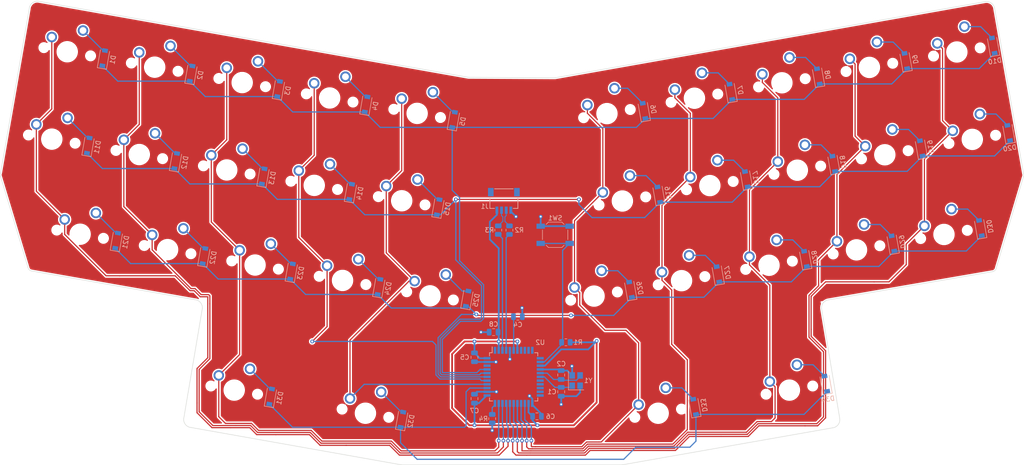
<source format=kicad_pcb>
(kicad_pcb (version 20211014) (generator pcbnew)
  (title_block (title "alphastag") (rev "v1.0.0") (company "Unknown"))
  (layers (0 "F.Cu" signal) (31 "B.Cu" signal) (34 "B.Paste" user) (35 "F.Paste" user) (36 "B.SilkS" user "B.Silkscreen") (37 "F.SilkS" user "F.Silkscreen") (38 "B.Mask" user) (39 "F.Mask" user) (44 "Edge.Cuts" user))
  (net 0 "")
  (net 1 "GND")
  (net 2 "Net-(C1-Pad2)")
  (net 3 "Net-(C2-Pad2)")
  (net 4 "Net-(C4-Pad1)")
  (net 5 "+5V")
  (net 6 "/ROW0")
  (net 7 "Net-(D1-Pad2)")
  (net 8 "Net-(D2-Pad2)")
  (net 9 "Net-(D3-Pad2)")
  (net 10 "Net-(D4-Pad2)")
  (net 11 "Net-(D5-Pad2)")
  (net 12 "Net-(D6-Pad2)")
  (net 13 "Net-(D7-Pad2)")
  (net 14 "Net-(D8-Pad2)")
  (net 15 "Net-(D9-Pad2)")
  (net 16 "Net-(D10-Pad2)")
  (net 17 "/ROW1")
  (net 18 "Net-(D11-Pad2)")
  (net 19 "Net-(D12-Pad2)")
  (net 20 "Net-(D13-Pad2)")
  (net 21 "Net-(D14-Pad2)")
  (net 22 "Net-(D15-Pad2)")
  (net 23 "Net-(D16-Pad2)")
  (net 24 "Net-(D17-Pad2)")
  (net 25 "Net-(D18-Pad2)")
  (net 26 "Net-(D19-Pad2)")
  (net 27 "Net-(D20-Pad2)")
  (net 28 "/ROW2")
  (net 29 "Net-(D21-Pad2)")
  (net 30 "Net-(D22-Pad2)")
  (net 31 "Net-(D23-Pad2)")
  (net 32 "Net-(D24-Pad2)")
  (net 33 "Net-(D25-Pad2)")
  (net 34 "Net-(D26-Pad2)")
  (net 35 "Net-(D27-Pad2)")
  (net 36 "Net-(D28-Pad2)")
  (net 37 "Net-(D29-Pad2)")
  (net 38 "Net-(D30-Pad2)")
  (net 39 "/ROW3")
  (net 40 "Net-(D31-Pad2)")
  (net 41 "Net-(D32-Pad2)")
  (net 42 "Net-(D33-Pad2)")
  (net 43 "Net-(D34-Pad2)")
  (net 44 "Net-(R1-Pad1)")
  (net 45 "Net-(R4-Pad1)")
  (net 53 "Net-(R2-Pad2)")
  (net 54 "/COL0")
  (net 55 "/COL1")
  (net 56 "/COL2")
  (net 57 "/COL3")
  (net 58 "/COL4")
  (net 59 "/COL5")
  (net 60 "/COL6")
  (net 61 "/COL7")
  (net 62 "/COL8")
  (net 63 "/COL9")
  (net 64 "Net-(R3-Pad2)")
  (net 65 "/D+")
  (net 66 "/D-")
  (footprint "MX_Only:MXOnly-1U-NoLED" (layer "F.Cu") (at 226.261958 46.311593 10)
    (fp_text reference "MX20")
    (fp_text value "MX-NoLED")
  )
  (footprint "MX_Only:MXOnly-1U-NoLED" (layer "F.Cu") (at 169.980195 56.235586 10)
    (fp_text reference "MX17")
    (fp_text value "MX-NoLED")
  )
  (footprint "MX_Only:MXOnly-1U-NoLED" (layer "F.Cu") (at 188.740783 52.927588 10)
    (fp_text reference "MX18")
    (fp_text value "MX-NoLED")
  )
  (footprint "MX_Only:MXOnly-1U-NoLED" (layer "F.Cu") (at 66.373879 52.876409 -10)
    (fp_text reference "MX13")
    (fp_text value "MX-NoLED")
  )
  (footprint "MX_Only:MXOnly-1U-NoLED" (layer "F.Cu") (at 222.95396 27.551005 10)
    (fp_text reference "MX10")
    (fp_text value "MX-NoLED")
  )
  (footprint "MX_Only:MXOnly-1U-NoLED" (layer "F.Cu") (at 88.442465 37.423819 -10)
    (fp_text reference "MX4")
    (fp_text value "MX-NoLED")
  )
  (footprint "MX_Only:MXOnly-1U-NoLED" (layer "F.Cu") (at 163.907899 76.650173 10)
    (fp_text reference "MX27")
    (fp_text value "MX-NoLED")
  )
  (footprint "MX_Only:MXOnly-1U-NoLED" (layer "F.Cu") (at 103.895054 59.492405 -10)
    (fp_text reference "MX15")
    (fp_text value "MX-NoLED")
  )
  (footprint "MX_Only:MXOnly-1U-NoLED" (layer "F.Cu") (at 32.160701 27.499826 -10)
    (fp_text reference "MX1")
    (fp_text value "MX-NoLED")
  )
  (footprint "MX_Only:MXOnly-1U-NoLED" (layer "F.Cu") (at 109.967351 79.906992 -10)
    (fp_text reference "MX25")
    (fp_text value "MX-NoLED")
  )
  (footprint "MX_Only:MXOnly-1U-NoLED" (layer "F.Cu") (at 69.681877 34.115822 -10)
    (fp_text reference "MX3")
    (fp_text value "MX-NoLED")
  )
  (footprint "MX_Only:MXOnly-1U-NoLED" (layer "F.Cu") (at 67.973087 100.145498 -10)
    (fp_text reference "MX31")
    (fp_text value "MX-NoLED")
  )
  (footprint "MX_Only:MXOnly-1U-NoLED" (layer "F.Cu") (at 91.206763 76.598994 -10)
    (fp_text reference "MX24")
    (fp_text value "MX-NoLED")
  )
  (footprint "MX_Only:MXOnly-1U-NoLED" (layer "F.Cu") (at 151.219607 59.543584 10)
    (fp_text reference "MX16")
    (fp_text value "MX-NoLED")
  )
  (footprint "MX_Only:MXOnly-1U-NoLED" (layer "F.Cu") (at 34.925 66.675 -10)
    (fp_text reference "MX21")
    (fp_text value "MX-NoLED")
  )
  (footprint "MX_Only:MXOnly-1U-NoLED" (layer "F.Cu") (at 96.113969 105.107494 -10)
    (fp_text reference "MX32")
    (fp_text value "MX-NoLED")
  )
  (footprint "MX_Only:MXOnly-1U-NoLED" (layer "F.Cu") (at 204.193372 30.859003 10)
    (fp_text reference "MX9")
    (fp_text value "MX-NoLED")
  )
  (footprint "MX_Only:MXOnly-1U-NoLED" (layer "F.Cu") (at 50.921289 30.807824 -10)
    (fp_text reference "MX2")
    (fp_text value "MX-NoLED")
  )
  (footprint "MX_Only:MXOnly-1U-NoLED" (layer "F.Cu") (at 220.189662 66.726179 10)
    (fp_text reference "MX30")
    (fp_text value "MX-NoLED")
  )
  (footprint "MX_Only:MXOnly-1U-NoLED" (layer "F.Cu") (at 187.035587 100.145498 10)
    (fp_text reference "MX34")
    (fp_text value "MX-NoLED")
  )
  (footprint "MX_Only:MXOnly-1U-NoLED" (layer "F.Cu") (at 107.203052 40.731817 -10)
    (fp_text reference "MX5")
    (fp_text value "MX-NoLED")
  )
  (footprint "MX_Only:MXOnly-1U-NoLED" (layer "F.Cu") (at 182.668486 73.342175 10)
    (fp_text reference "MX28")
    (fp_text value "MX-NoLED")
  )
  (footprint "MX_Only:MXOnly-1U-NoLED" (layer "F.Cu") (at 201.429074 70.034177 10)
    (fp_text reference "MX29")
    (fp_text value "MX-NoLED")
  )
  (footprint "MX_Only:MXOnly-1U-NoLED" (layer "F.Cu") (at 166.672197 37.474998 10)
    (fp_text reference "MX7")
    (fp_text value "MX-NoLED")
  )
  (footprint "MX_Only:MXOnly-1U-NoLED" (layer "F.Cu") (at 145.147311 79.95817 10)
    (fp_text reference "MX26")
    (fp_text value "MX-NoLED")
  )
  (footprint "MX_Only:MXOnly-1U-NoLED" (layer "F.Cu") (at 207.50137 49.61959 10)
    (fp_text reference "MX19")
    (fp_text value "MX-NoLED")
  )
  (footprint "MX_Only:MXOnly-1U-NoLED" (layer "F.Cu") (at 185.432785 34.167 10)
    (fp_text reference "MX8")
    (fp_text value "MX-NoLED")
  )
  (footprint "MX_Only:MXOnly-1U-NoLED" (layer "F.Cu") (at 47.613291 49.568412 -10)
    (fp_text reference "MX12")
    (fp_text value "MX-NoLED")
  )
  (footprint "MX_Only:MXOnly-1U-NoLED" (layer "F.Cu") (at 28.852704 46.260414 -10)
    (fp_text reference "MX11")
    (fp_text value "MX-NoLED")
  )
  (footprint "MX_Only:MXOnly-1U-NoLED" (layer "F.Cu") (at 53.685587 69.982998 -10)
    (fp_text reference "MX22")
    (fp_text value "MX-NoLED")
  )
  (footprint "MX_Only:MXOnly-1U-NoLED" (layer "F.Cu") (at 147.911609 40.782996 10)
    (fp_text reference "MX6")
    (fp_text value "MX-NoLED")
  )
  (footprint "MX_Only:MXOnly-1U-NoLED" (layer "F.Cu") (at 72.446175 73.290996 -10)
    (fp_text reference "MX23")
    (fp_text value "MX-NoLED")
  )
  (footprint "MX_Only:MXOnly-1U-NoLED" (layer "F.Cu") (at 158.894706 105.107495 10)
    (fp_text reference "MX33")
    (fp_text value "MX-NoLED")
  )
  (footprint "MX_Only:MXOnly-1U-NoLED" (layer "F.Cu") (at 85.134467 56.184407 -10)
    (fp_text reference "MX14")
    (fp_text value "MX-NoLED")
  )
  (footprint "Button_Switch_SMD:SW_SPST_SKQG_WithoutStem" (layer "B.Cu") (at 136.8 66.8 180)
    (fp_text reference "SW1")
    (fp_text value "SW_Push")
  )
  (footprint "Diode_SMD:D_SOD-123" (layer "B.Cu") (at 209.245986 68.655845 100)
    (fp_text reference "D29")
    (fp_text value "D_Small")
  )
  (footprint "Diode_SMD:D_SOD-123" (layer "B.Cu") (at 111.711966 60.870737 80)
    (fp_text reference "D15")
    (fp_text value "D_Small")
  )
  (footprint "Diode_SMD:D_SOD-123" (layer "B.Cu") (at 212.010284 29.48067 100)
    (fp_text reference "D9")
    (fp_text value "D_Small")
  )
  (footprint "Diode_SMD:D_SOD-123" (layer "B.Cu") (at 155.866354 40.186355 100)
    (fp_text reference "D6")
    (fp_text value "D_Small")
  )
  (footprint "Diode_SMD:D_SOD-123" (layer "B.Cu") (at 99.023674 77.977326 80)
    (fp_text reference "D24")
    (fp_text value "D_Small")
  )
  (footprint "Diode_SMD:D_SOD-123" (layer "B.Cu") (at 171.72481 75.27184 100)
    (fp_text reference "D27")
    (fp_text value "D_Small")
  )
  (footprint "Diode_SMD:D_SOD-123" (layer "B.Cu") (at 103.93088 106.485827 80)
    (fp_text reference "D32")
    (fp_text value "D_Small")
  )
  (footprint "random-keyboard-parts:JST-SR-4" (layer "B.Cu") (at 125.801748 56.7375)
    (fp_text reference "J1")
    (fp_text value "Conn_01x04_Female")
  )
  (footprint "Capacitor_SMD:C_0805_2012Metric" (layer "B.Cu") (at 132.90625 105.775)
    (fp_text reference "C6")
    (fp_text value "0.1uF")
  )
  (footprint "Diode_SMD:D_SOD-123" (layer "B.Cu") (at 96.259376 38.802152 80)
    (fp_text reference "D4")
    (fp_text value "D_Small")
  )
  (footprint "Crystal:Crystal_SMD_3225-4Pin_3.2x2.5mm" (layer "B.Cu") (at 141.3 98.1 90)
    (fp_text reference "Y1")
    (fp_text value "16MHz")
  )
  (footprint "Diode_SMD:D_SOD-123" (layer "B.Cu") (at 215.318282 48.241258 100)
    (fp_text reference "D19")
    (fp_text value "D_Small")
  )
  (footprint "Capacitor_SMD:C_0805_2012Metric" (layer "B.Cu") (at 138.1 96.9 -90)
    (fp_text reference "C2")
    (fp_text value "22pF")
  )
  (footprint "Diode_SMD:D_SOD-123" (layer "B.Cu") (at 230.770872 26.172672 100)
    (fp_text reference "D10")
    (fp_text value "D_Small")
  )
  (footprint "Diode_SMD:D_SOD-123" (layer "B.Cu") (at 115.019964 42.11015 80)
    (fp_text reference "D5")
    (fp_text value "D_Small")
  )
  (footprint "Package_QFP:TQFP-44_10x10mm_P0.8mm" (layer "B.Cu") (at 127.9 97.3 -90)
    (fp_text reference "U2")
    (fp_text value "ATmega32U4-A")
  )
  (footprint "Diode_SMD:D_SOD-123" (layer "B.Cu") (at 39.977613 28.878159 80)
    (fp_text reference "D1")
    (fp_text value "D_Small")
  )
  (footprint "Resistor_SMD:R_0805_2012Metric" (layer "B.Cu") (at 124.601748 65.7875 -90)
    (fp_text reference "R3")
    (fp_text value "22")
  )
  (footprint "Diode_SMD:D_SOD-123" (layer "B.Cu") (at 166.711617 103.729163 100)
    (fp_text reference "D33")
    (fp_text value "D_Small")
  )
  (footprint "Resistor_SMD:R_0805_2012Metric" (layer "B.Cu") (at 123.30625 106.275 -90)
    (fp_text reference "R4")
    (fp_text value "10k")
  )
  (footprint "Diode_SMD:D_SOD-123" (layer "B.Cu") (at 92.951378 57.56274 80)
    (fp_text reference "D14")
    (fp_text value "D_Small")
  )
  (footprint "Diode_SMD:D_SOD-123" (layer "B.Cu") (at 177.797106 54.857254 100)
    (fp_text reference "D17")
    (fp_text value "D_Small")
  )
  (footprint "Diode_SMD:D_SOD-123" (layer "B.Cu") (at 61.502499 71.361331 80)
    (fp_text reference "D22")
    (fp_text value "D_Small")
  )
  (footprint "Diode_SMD:D_SOD-123" (layer "B.Cu") (at 228.006573 65.347847 100)
    (fp_text reference "D30")
    (fp_text value "D_Small")
  )
  (footprint "Diode_SMD:D_SOD-123" (layer "B.Cu") (at 193.249696 32.788668 100)
    (fp_text reference "D8")
    (fp_text value "D_Small")
  )
  (footprint "Diode_SMD:D_SOD-123" (layer "B.Cu") (at 152.964223 78.579838 100)
    (fp_text reference "D26")
    (fp_text value "D_Small")
  )
  (footprint "Capacitor_SMD:C_0805_2012Metric" (layer "B.Cu") (at 138.1 100.5 90)
    (fp_text reference "C1")
    (fp_text value "22pF")
  )
  (footprint "Capacitor_SMD:C_0805_2012Metric" (layer "B.Cu") (at 128.80625 84.375)
    (fp_text reference "C4")
    (fp_text value "1uF")
  )
  (footprint "Diode_SMD:D_SOD-123" (layer "B.Cu") (at 196.557694 51.549256 100)
    (fp_text reference "D18")
    (fp_text value "D_Small")
  )
  (footprint "Diode_SMD:D_SOD-123" (layer "B.Cu") (at 80.263087 74.669328 80)
    (fp_text reference "D23")
    (fp_text value "D_Small")
  )
  (footprint "Diode_SMD:D_SOD-123" (layer "B.Cu") (at 58.738201 32.186156 80)
    (fp_text reference "D2")
    (fp_text value "D_Small")
  )
  (footprint "Capacitor_SMD:C_0805_2012Metric" (layer "B.Cu") (at 119.5 93.1 -90)
    (fp_text reference "C5")
    (fp_text value "0.1uF")
  )
  (footprint "Diode_SMD:D_SOD-123" (layer "B.Cu") (at 234.078869 44.93326 100)
    (fp_text reference "D20")
    (fp_text value "D_Small")
  )
  (footprint "Diode_SMD:D_SOD-123" (layer "B.Cu") (at 159.036519 58.165251 100)
    (fp_text reference "D16")
    (fp_text value "D_Small")
  )
  (footprint "Resistor_SMD:R_0805_2012Metric" (layer "B.Cu") (at 139.10625 89.875)
    (fp_text reference "R1")
    (fp_text value "10k")
  )
  (footprint "Resistor_SMD:R_0805_2012Metric" (layer "B.Cu") (at 127 65.8 -90)
    (fp_text reference "R2")
    (fp_text value "22")
  )
  (footprint "Diode_SMD:D_SOD-123" (layer "B.Cu") (at 174.489109 36.096666 100)
    (fp_text reference "D7")
    (fp_text value "D_Small")
  )
  (footprint "Diode_SMD:D_SOD-123" (layer "B.Cu") (at 77.498788 35.494154 80)
    (fp_text reference "D3")
    (fp_text value "D_Small")
  )
  (footprint "Diode_SMD:D_SOD-123" (layer "B.Cu") (at 194.852499 98.767166 100)
    (fp_text reference "D34")
    (fp_text value "D_Small")
  )
  (footprint "Diode_SMD:D_SOD-123" (layer "B.Cu") (at 75.789999 101.52383 80)
    (fp_text reference "D31")
    (fp_text value "D_Small")
  )
  (footprint "Diode_SMD:D_SOD-123" (layer "B.Cu") (at 117.922095 80.503633 80)
    (fp_text reference "D25")
    (fp_text value "D_Small")
  )
  (footprint "Diode_SMD:D_SOD-123" (layer "B.Cu") (at 36.669615 47.638746 80)
    (fp_text reference "D11")
    (fp_text value "D_Small")
  )
  (footprint "Diode_SMD:D_SOD-123" (layer "B.Cu") (at 42.741911 68.053333 80)
    (fp_text reference "D21")
    (fp_text value "D_Small")
  )
  (footprint "Capacitor_SMD:C_0805_2012Metric" (layer "B.Cu") (at 123.6 87.7 180)
    (fp_text reference "C8")
    (fp_text value "10uF")
  )
  (footprint "Diode_SMD:D_SOD-123" (layer "B.Cu") (at 74.190791 54.254742 80)
    (fp_text reference "D13")
    (fp_text value "D_Small")
  )
  (footprint "Capacitor_SMD:C_0805_2012Metric" (layer "B.Cu") (at 119.50625 101.975 90)
    (fp_text reference "C7")
    (fp_text value "0.1uF")
  )
  (footprint "Diode_SMD:D_SOD-123" (layer "B.Cu") (at 190.485398 71.963842 100)
    (fp_text reference "D28")
    (fp_text value "D_Small")
  )
  (footprint "Diode_SMD:D_SOD-123" (layer "B.Cu") (at 55.430203 50.946744 80)
    (fp_text reference "D12")
    (fp_text value "D_Small")
  )
  (gr_arc (start 24.540312 74.559687) (mid 24 74.3) (end 23.740313 73.759688) (layer "Edge.Cuts") (width 0.1))
  (gr_arc (start 193.936393 82.704314) (mid 194.3 81.400001) (end 195.483881 80.742834) (layer "Edge.Cuts") (width 0.1))
  (gr_line (start 151.1 116.2) (end 196.293784 108.24406) (layer "Edge.Cuts") (width 0.1))
  (gr_arc (start 197.841272 106.28258) (mid 197.477665 107.586894) (end 196.293784 108.24406) (layer "Edge.Cuts") (width 0.1))
  (gr_line (start 195.483881 80.742834) (end 230.6 74.699999) (layer "Edge.Cuts") (width 0.1))
  (gr_line (start 24.540312 74.559687) (end 59.478642 80.715426) (layer "Edge.Cuts") (width 0.1))
  (gr_line (start 136.8 33.1) (end 118.2 33) (layer "Edge.Cuts") (width 0.1))
  (gr_line (start 24.015426 18.321359) (end 17.880074 53.581783) (layer "Edge.Cuts") (width 0.1))
  (gr_line (start 231.057167 18.283881) (end 237.238751 53.677629) (layer "Edge.Cuts") (width 0.1))
  (gr_line (start 58.798642 108.184574) (end 103.9 116.2) (layer "Edge.Cuts") (width 0.1))
  (gr_line (start 17.861249 54.222371) (end 23.740313 73.759688) (layer "Edge.Cuts") (width 0.1))
  (gr_line (start 118.2 33) (end 25.880012 16.658397) (layer "Edge.Cuts") (width 0.1))
  (gr_arc (start 58.798642 108.184574) (mid 57.577284 107.6) (end 57.13568 106.319988) (layer "Edge.Cuts") (width 0.1))
  (gr_arc (start 237.238751 53.677629) (mid 237.3 54) (end 237.219926 54.318217) (layer "Edge.Cuts") (width 0.1))
  (gr_arc (start 229.095687 16.736393) (mid 230.4 17.1) (end 231.057167 18.283881) (layer "Edge.Cuts") (width 0.1))
  (gr_line (start 229.095687 16.736393) (end 136.8 33.1) (layer "Edge.Cuts") (width 0.1))
  (gr_line (start 61.141604 82.580012) (end 57.13568 106.319988) (layer "Edge.Cuts") (width 0.1))
  (gr_line (start 103.9 116.2) (end 151.1 116.2) (layer "Edge.Cuts") (width 0.1))
  (gr_arc (start 59.478642 80.715426) (mid 60.700001 81.3) (end 61.141604 82.580012) (layer "Edge.Cuts") (width 0.1))
  (gr_arc (start 24.015426 18.321359) (mid 24.6 17.1) (end 25.880012 16.658397) (layer "Edge.Cuts") (width 0.1))
  (gr_line (start 231.399999 73.9) (end 237.219926 54.318217) (layer "Edge.Cuts") (width 0.1))
  (gr_arc (start 17.861249 54.222371) (mid 17.8 53.9) (end 17.880074 53.581783) (layer "Edge.Cuts") (width 0.1))
  (gr_arc (start 231.399999 73.9) (mid 231.140312 74.440312) (end 230.6 74.699999) (layer "Edge.Cuts") (width 0.1))
  (gr_line (start 197.841272 106.28258) (end 193.936393 82.704314) (layer "Edge.Cuts") (width 0.1))
  (via (at 131.3 101.4) (size 0.8) (drill 0.4) (layers "F.Cu" "B.Cu") (net 1))
  (via (at 138.1 103.2) (size 0.8) (drill 0.4) (layers "F.Cu" "B.Cu") (net 1))
  (via (at 123.3 108.8) (size 0.8) (drill 0.4) (layers "F.Cu" "B.Cu") (net 1))
  (via (at 124.2 100.5) (size 0.8) (drill 0.4) (layers "F.Cu" "B.Cu") (net 1))
  (via (at 133.7 62.9) (size 0.8) (drill 0.4) (layers "F.Cu" "B.Cu") (net 1))
  (via (at 128.4 62.9) (size 0.8) (drill 0.4) (layers "F.Cu" "B.Cu") (net 1))
  (via (at 140.4 95) (size 0.8) (drill 0.4) (layers "F.Cu" "B.Cu") (net 1))
  (via (at 129.7 82.5) (size 0.8) (drill 0.4) (layers "F.Cu" "B.Cu") (net 1))
  (via (at 124.1 94.1) (size 0.8) (drill 0.4) (layers "F.Cu" "B.Cu") (net 1))
  (via (at 120.9 87.7) (size 0.8) (drill 0.4) (layers "F.Cu" "B.Cu") (net 1))
  (via (at 127.1 93.5) (size 0.8) (drill 0.4) (layers "F.Cu" "B.Cu") (net 1))
  (segment (start 122.2 94.1) (end 124.1 94.1) (width 0.381) (layer "B.Cu") (net 1))
  (segment (start 133.6 95.7) (end 137.85 95.7) (width 0.381) (layer "B.Cu") (net 1))
  (segment (start 119.55 94.1) (end 119.5 94.05) (width 0.381) (layer "B.Cu") (net 1))
  (segment (start 127.301748 61.801748) (end 128.4 62.9) (width 0.381) (layer "B.Cu") (net 1))
  (segment (start 138.1 101.45) (end 138.1 103.2) (width 0.381) (layer "B.Cu") (net 1))
  (segment (start 142.15 99.2) (end 142.15 100.65) (width 0.381) (layer "B.Cu") (net 1))
  (segment (start 131.9 103.3) (end 133.85625 105.25625) (width 0.381) (layer "B.Cu") (net 1))
  (segment (start 139.4 95.95) (end 140.45 97) (width 0.381) (layer "B.Cu") (net 1))
  (segment (start 133.7 64.95) (end 133.7 62.9) (width 0.381) (layer "B.Cu") (net 1))
  (segment (start 131.9 102) (end 131.3 101.4) (width 0.381) (layer "B.Cu") (net 1))
  (segment (start 119.50625 101.025) (end 120.03125 100.5) (width 0.381) (layer "B.Cu") (net 1))
  (segment (start 122.65 87.7) (end 120.9 87.7) (width 0.381) (layer "B.Cu") (net 1))
  (segment (start 139.9 64.95) (end 133.7 64.95) (width 0.381) (layer "B.Cu") (net 1))
  (segment (start 123.30625 108.79375) (end 123.3 108.8) (width 0.381) (layer "B.Cu") (net 1))
  (segment (start 129.75625 82.55625) (end 129.7 82.5) (width 0.381) (layer "B.Cu") (net 1))
  (segment (start 131.9 103) (end 131.9 103.3) (width 0.381) (layer "B.Cu") (net 1))
  (segment (start 122.2 100.5) (end 124.2 100.5) (width 0.381) (layer "B.Cu") (net 1))
  (segment (start 138.1 95.95) (end 139.4 95.95) (width 0.381) (layer "B.Cu") (net 1))
  (segment (start 127.301748 61.5125) (end 127.301748 61.801748) (width 0.381) (layer "B.Cu") (net 1))
  (segment (start 131.9 103) (end 131.9 102) (width 0.381) (layer "B.Cu") (net 1))
  (segment (start 120.03125 100.5) (end 122.2 100.5) (width 0.381) (layer "B.Cu") (net 1))
  (segment (start 137.85 95.7) (end 138.1 95.95) (width 0.381) (layer "B.Cu") (net 1))
  (segment (start 141.35 101.45) (end 138.1 101.45) (width 0.381) (layer "B.Cu") (net 1))
  (segment (start 140.45 97) (end 140.45 95.05) (width 0.381) (layer "B.Cu") (net 1))
  (segment (start 142.15 100.65) (end 141.35 101.45) (width 0.381) (layer "B.Cu") (net 1))
  (segment (start 140.45 95.05) (end 140.4 95) (width 0.381) (layer "B.Cu") (net 1))
  (segment (start 123.30625 107.1875) (end 123.30625 108.79375) (width 0.381) (layer "B.Cu") (net 1))
  (segment (start 129.75625 84.375) (end 129.75625 82.55625) (width 0.381) (layer "B.Cu") (net 1))
  (segment (start 133.85625 105.25625) (end 133.85625 105.775) (width 0.381) (layer "B.Cu") (net 1))
  (segment (start 127.1 91.6) (end 127.1 93.5) (width 0.381) (layer "B.Cu") (net 1))
  (segment (start 122.2 94.1) (end 119.55 94.1) (width 0.381) (layer "B.Cu") (net 1))
  (segment (start 133.6 97.3) (end 134.5 97.3) (width 0.254) (layer "B.Cu") (net 2))
  (segment (start 138.1 99.55) (end 140.1 99.55) (width 0.254) (layer "B.Cu") (net 2))
  (segment (start 140.1 99.55) (end 140.45 99.2) (width 0.254) (layer "B.Cu") (net 2))
  (segment (start 134.5 97.3) (end 136.75 99.55) (width 0.254) (layer "B.Cu") (net 2))
  (segment (start 136.75 99.55) (end 138.1 99.55) (width 0.254) (layer "B.Cu") (net 2))
  (segment (start 133.6 96.5) (end 135.1 96.5) (width 0.254) (layer "B.Cu") (net 3))
  (segment (start 135.1 96.5) (end 136.45 97.85) (width 0.254) (layer "B.Cu") (net 3))
  (segment (start 141.376511 98.026511) (end 142.15 97.253022) (width 0.254) (layer "B.Cu") (net 3))
  (segment (start 142.15 97) (end 142.15 97.253022) (width 0.254) (layer "B.Cu") (net 3))
  (segment (start 138.1 97.85) (end 138.276511 98.026511) (width 0.254) (layer "B.Cu") (net 3))
  (segment (start 136.45 97.85) (end 138.1 97.85) (width 0.254) (layer "B.Cu") (net 3))
  (segment (start 138.276511 98.026511) (end 141.376511 98.026511) (width 0.254) (layer "B.Cu") (net 3))
  (segment (start 127.9 84.41875) (end 127.9 91.6) (width 0.254) (layer "B.Cu") (net 4))
  (segment (start 127.85625 84.375) (end 127.9 84.41875) (width 0.254) (layer "B.Cu") (net 4))
  (segment (start 124.7 89.7) (end 128.7 89.7) (width 0.381) (layer "F.Cu") (net 5))
  (segment (start 114.7 104) (end 118.4 107.7) (width 0.381) (layer "F.Cu") (net 5))
  (segment (start 117.4 89.7) (end 114.7 92.4) (width 0.381) (layer "F.Cu") (net 5))
  (segment (start 140.8 107.7) (end 133 107.7) (width 0.381) (layer "F.Cu") (net 5))
  (segment (start 145.7 102.8) (end 140.8 107.7) (width 0.381) (layer "F.Cu") (net 5))
  (segment (start 145.7 89.6) (end 145.7 102.8) (width 0.381) (layer "F.Cu") (net 5))
  (segment (start 118.4 107.7) (end 133 107.7) (width 0.381) (layer "F.Cu") (net 5))
  (segment (start 114.7 92.4) (end 114.7 104) (width 0.381) (layer "F.Cu") (net 5))
  (segment (start 124.7 89.7) (end 117.4 89.7) (width 0.381) (layer "F.Cu") (net 5))
  (via (at 145.7 89.6) (size 0.8) (drill 0.4) (layers "F.Cu" "B.Cu") (net 5))
  (via (at 133 107.7) (size 0.8) (drill 0.4) (layers "F.Cu" "B.Cu") (net 5))
  (via (at 128.7 89.7) (size 0.8) (drill 0.4) (layers "F.Cu" "B.Cu") (net 5))
  (via (at 124.7 89.7) (size 0.8) (drill 0.4) (layers "F.Cu" "B.Cu") (net 5))
  (via (at 119.5 89.7) (size 0.8) (drill 0.4) (layers "F.Cu" "B.Cu") (net 5))
  (via (at 119.5 107.7) (size 0.8) (drill 0.4) (layers "F.Cu" "B.Cu") (net 5))
  (segment (start 143.9 91.4) (end 138.1 91.4) (width 0.381) (layer "B.Cu") (net 5))
  (segment (start 124.7 69.7) (end 124.7 87.55) (width 0.381) (layer "B.Cu") (net 5))
  (segment (start 145.7 89.6) (end 143.9 91.4) (width 0.381) (layer "B.Cu") (net 5))
  (segment (start 138.1 91.4) (end 134.6 94.9) (width 0.381) (layer "B.Cu") (net 5))
  (segment (start 124.7 87.55) (end 124.55 87.7) (width 0.381) (layer "B.Cu") (net 5))
  (segment (start 131.95625 105.775) (end 131.1 104.91875) (width 0.381) (layer "B.Cu") (net 5))
  (segment (start 134.6 94.9) (end 133.6 94.9) (width 0.381) (layer "B.Cu") (net 5))
  (segment (start 120.65 93.3) (end 119.5 92.15) (width 0.381) (layer "B.Cu") (net 5))
  (segment (start 122.2 93.3) (end 120.65 93.3) (width 0.381) (layer "B.Cu") (net 5))
  (segment (start 128.7 91.6) (end 128.7 89.7) (width 0.381) (layer "B.Cu") (net 5))
  (segment (start 122.1 101.3) (end 120.475 102.925) (width 0.381) (layer "B.Cu") (net 5))
  (segment (start 122.2 101.3) (end 122.1 101.3) (width 0.381) (layer "B.Cu") (net 5))
  (segment (start 120.475 102.925) (end 119.50625 102.925) (width 0.381) (layer "B.Cu") (net 5))
  (segment (start 119.50625 102.925) (end 119.50625 107.69375) (width 0.381) (layer "B.Cu") (net 5))
  (segment (start 122.8 64) (end 124.301748 62.498252) (width 0.381) (layer "B.Cu") (net 5))
  (segment (start 124.7 69.7) (end 122.8 67.8) (width 0.381) (layer "B.Cu") (net 5))
  (segment (start 124.7 87.85) (end 124.7 91.6) (width 0.381) (layer "B.Cu") (net 5))
  (segment (start 124.301748 62.498252) (end 124.301748 61.5125) (width 0.381) (layer "B.Cu") (net 5))
  (segment (start 119.5 92.15) (end 119.5 89.7) (width 0.381) (layer "B.Cu") (net 5))
  (segment (start 131.95625 105.775) (end 131.95625 106.65625) (width 0.381) (layer "B.Cu") (net 5))
  (segment (start 131.95625 106.65625) (end 133 107.7) (width 0.381) (layer "B.Cu") (net 5))
  (segment (start 131.1 104.91875) (end 131.1 103) (width 0.381) (layer "B.Cu") (net 5))
  (segment (start 122.8 67.8) (end 122.8 64) (width 0.381) (layer "B.Cu") (net 5))
  (segment (start 119.50625 107.69375) (end 119.5 107.7) (width 0.381) (layer "B.Cu") (net 5))
  (segment (start 145.425 89.875) (end 140.01875 89.875) (width 0.381) (layer "B.Cu") (net 5))
  (segment (start 124.55 87.7) (end 124.7 87.85) (width 0.381) (layer "B.Cu") (net 5))
  (segment (start 145.7 89.6) (end 145.425 89.875) (width 0.381) (layer "B.Cu") (net 5))
  (segment (start 154.229078 43.735083) (end 114.733445 43.735083) (width 0.254) (layer "B.Cu") (net 6))
  (segment (start 174.775628 37.721599) (end 170.685939 41.811288) (width 0.254) (layer "B.Cu") (net 6))
  (segment (start 77.212269 37.119087) (end 61.75968 37.119087) (width 0.254) (layer "B.Cu") (net 6))
  (segment (start 61.75968 37.119087) (end 58.451682 33.811089) (width 0.254) (layer "B.Cu") (net 6))
  (segment (start 116.3 58.8) (end 116.3 72.358626) (width 0.254) (layer "B.Cu") (net 6))
  (segment (start 116.3 72.358626) (end 121.45352 77.512146) (width 0.254) (layer "B.Cu") (net 6))
  (segment (start 121.45352 77.512146) (end 121.45352 84.787854) (width 0.254) (layer "B.Cu") (net 6))
  (segment (start 95.972857 40.427085) (end 80.520267 40.427085) (width 0.254) (layer "B.Cu") (net 6))
  (segment (start 116.508541 85.374207) (end 112.60704 89.275708) (width 0.254) (layer "B.Cu") (net 6))
  (segment (start 190.228217 37.721599) (end 174.775628 37.721599) (width 0.254) (layer "B.Cu") (net 6))
  (segment (start 114.733445 57.233445) (end 116.3 58.8) (width 0.254) (layer "B.Cu") (net 6))
  (segment (start 227.749393 31.105603) (end 212.296803 31.105603) (width 0.254) (layer "B.Cu") (net 6))
  (segment (start 170.685939 41.811288) (end 156.152873 41.811288) (width 0.254) (layer "B.Cu") (net 6))
  (segment (start 112.60704 89.275708) (end 112.60704 96.324292) (width 0.254) (layer "B.Cu") (net 6))
  (segment (start 80.520267 40.427085) (end 77.212269 37.119087) (width 0.254) (layer "B.Cu") (net 6))
  (segment (start 42.999091 33.811089) (end 39.691094 30.503092) (width 0.254) (layer "B.Cu") (net 6))
  (segment (start 114.733445 43.735083) (end 114.733445 57.233445) (width 0.254) (layer "B.Cu") (net 6))
  (segment (start 114.733445 43.735083) (end 99.280855 43.735083) (width 0.254) (layer "B.Cu") (net 6))
  (segment (start 193.536215 34.413601) (end 190.228217 37.721599) (width 0.254) (layer "B.Cu") (net 6))
  (segment (start 120.867167 85.374207) (end 116.508541 85.374207) (width 0.254) (layer "B.Cu") (net 6))
  (segment (start 156.152873 41.811288) (end 154.229078 43.735083) (width 0.254) (layer "B.Cu") (net 6))
  (segment (start 231.057391 27.797605) (end 227.749393 31.105603) (width 0.254) (layer "B.Cu") (net 6))
  (segment (start 99.280855 43.735083) (end 95.972857 40.427085) (width 0.254) (layer "B.Cu") (net 6))
  (segment (start 212.296803 31.105603) (end 208.988805 34.413601) (width 0.254) (layer "B.Cu") (net 6))
  (segment (start 112.675708 96.39296) (end 120.00704 96.39296) (width 0.254) (layer "B.Cu") (net 6))
  (segment (start 58.451682 33.811089) (end 42.999091 33.811089) (width 0.254) (layer "B.Cu") (net 6))
  (segment (start 112.60704 96.324292) (end 112.675708 96.39296) (width 0.254) (layer "B.Cu") (net 6))
  (segment (start 208.988805 34.413601) (end 193.536215 34.413601) (width 0.254) (layer "B.Cu") (net 6))
  (segment (start 120.7 95.7) (end 122.2 95.7) (width 0.254) (layer "B.Cu") (net 6))
  (segment (start 120.00704 96.39296) (end 120.7 95.7) (width 0.254) (layer "B.Cu") (net 6))
  (segment (start 121.45352 84.787854) (end 120.867167 85.374207) (width 0.254) (layer "B.Cu") (net 6))
  (segment (start 35.544245 22.938069) (end 39.859402 27.253226) (width 0.254) (layer "B.Cu") (net 7))
  (segment (start 39.859402 27.253226) (end 40.264132 27.253226) (width 0.254) (layer "B.Cu") (net 7))
  (segment (start 58.619989 30.561223) (end 59.02472 30.561223) (width 0.254) (layer "B.Cu") (net 8))
  (segment (start 54.304833 26.246067) (end 58.619989 30.561223) (width 0.254) (layer "B.Cu") (net 8))
  (segment (start 77.380577 33.869221) (end 77.785307 33.869221) (width 0.254) (layer "B.Cu") (net 9))
  (segment (start 73.065421 29.554065) (end 77.380577 33.869221) (width 0.254) (layer "B.Cu") (net 9))
  (segment (start 96.141166 37.177219) (end 96.545895 37.177219) (width 0.254) (layer "B.Cu") (net 10))
  (segment (start 91.826009 32.862062) (end 96.141166 37.177219) (width 0.254) (layer "B.Cu") (net 10))
  (segment (start 110.586596 36.17006) (end 114.901753 40.485217) (width 0.254) (layer "B.Cu") (net 11))
  (segment (start 114.901753 40.485217) (end 115.306483 40.485217) (width 0.254) (layer "B.Cu") (net 11))
  (segment (start 152.357519 35.339106) (end 155.579835 38.561422) (width 0.254) (layer "B.Cu") (net 12))
  (segment (start 149.530888 35.339106) (end 152.357519 35.339106) (width 0.254) (layer "B.Cu") (net 12))
  (segment (start 168.291476 32.031108) (end 171.761965 32.031108) (width 0.254) (layer "B.Cu") (net 13))
  (segment (start 171.761965 32.031108) (end 174.20259 34.471733) (width 0.254) (layer "B.Cu") (net 13))
  (segment (start 190.522552 28.72311) (end 192.963177 31.163735) (width 0.254) (layer "B.Cu") (net 14))
  (segment (start 187.052064 28.72311) (end 190.522552 28.72311) (width 0.254) (layer "B.Cu") (net 14))
  (segment (start 205.812651 25.415113) (end 209.283141 25.415113) (width 0.254) (layer "B.Cu") (net 15))
  (segment (start 209.283141 25.415113) (end 211.723765 27.855737) (width 0.254) (layer "B.Cu") (net 15))
  (segment (start 228.043729 22.107115) (end 230.484353 24.547739) (width 0.254) (layer "B.Cu") (net 16))
  (segment (start 224.573239 22.107115) (end 228.043729 22.107115) (width 0.254) (layer "B.Cu") (net 16))
  (segment (start 141.9 59.2) (end 115.5 59.2) (width 0.254) (layer "F.Cu") (net 17))
  (via (at 115.5 59.2) (size 0.8) (drill 0.4) (layers "F.Cu" "B.Cu") (net 17))
  (via (at 141.9 59.2) (size 0.8) (drill 0.4) (layers "F.Cu" "B.Cu") (net 17))
  (segment (start 92.664859 59.187673) (end 77.21227 59.187673) (width 0.254) (layer "B.Cu") (net 17))
  (segment (start 115.5 72.2) (end 121 77.7) (width 0.254) (layer "B.Cu") (net 17))
  (segment (start 120.55352 96.84648) (end 120.9 96.5) (width 0.254) (layer "B.Cu") (net 17))
  (segment (start 55.143684 52.571677) (end 39.691094 52.571677) (width 0.254) (layer "B.Cu") (net 17))
  (segment (start 112.15352 89.087854) (end 112.15352 96.512146) (width 0.254) (layer "B.Cu") (net 17))
  (segment (start 144.9 63.1) (end 144.7 63.1) (width 0.254) (layer "B.Cu") (net 17))
  (segment (start 73.904272 55.879675) (end 58.451682 55.879675) (width 0.254) (layer "B.Cu") (net 17))
  (segment (start 77.21227 59.187673) (end 73.904272 55.879675) (width 0.254) (layer "B.Cu") (net 17))
  (segment (start 120.679313 84.920687) (end 116.320687 84.920687) (width 0.254) (layer "B.Cu") (net 17))
  (segment (start 178.083625 56.482187) (end 174.775628 59.790184) (width 0.254) (layer "B.Cu") (net 17))
  (segment (start 231.05739 49.866191) (end 215.604801 49.866191) (width 0.254) (layer "B.Cu") (net 17))
  (segment (start 156.013222 63.1) (end 155.9 63.1) (width 0.254) (layer "B.Cu") (net 17))
  (segment (start 120.9 96.5) (end 122.2 96.5) (width 0.254) (layer "B.Cu") (net 17))
  (segment (start 116.320687 84.920687) (end 112.15352 89.087854) (width 0.254) (layer "B.Cu") (net 17))
  (segment (start 155.9 63.1) (end 144.9 63.1) (width 0.254) (layer "B.Cu") (net 17))
  (segment (start 112.487854 96.84648) (end 120.55352 96.84648) (width 0.254) (layer "B.Cu") (net 17))
  (segment (start 112.15352 96.512146) (end 112.487854 96.84648) (width 0.254) (layer "B.Cu") (net 17))
  (segment (start 141.9 60.3) (end 141.9 59.2) (width 0.254) (layer "B.Cu") (net 17))
  (segment (start 212.296803 53.174189) (end 196.844213 53.174189) (width 0.254) (layer "B.Cu") (net 17))
  (segment (start 234.365388 46.558193) (end 231.05739 49.866191) (width 0.254) (layer "B.Cu") (net 17))
  (segment (start 215.604801 49.866191) (end 212.296803 53.174189) (width 0.254) (layer "B.Cu") (net 17))
  (segment (start 121 77.7) (end 121 84.6) (width 0.254) (layer "B.Cu") (net 17))
  (segment (start 115.5 59.2) (end 112.20433 62.49567) (width 0.254) (layer "B.Cu") (net 17))
  (segment (start 196.844213 53.174189) (end 193.536215 56.482187) (width 0.254) (layer "B.Cu") (net 17))
  (segment (start 112.20433 62.49567) (end 111.425447 62.49567) (width 0.254) (layer "B.Cu") (net 17))
  (segment (start 193.536215 56.482187) (end 178.083625 56.482187) (width 0.254) (layer "B.Cu") (net 17))
  (segment (start 115.5 59.2) (end 115.5 72.2) (width 0.254) (layer "B.Cu") (net 17))
  (segment (start 121 84.6) (end 120.679313 84.920687) (width 0.254) (layer "B.Cu") (net 17))
  (segment (start 159.323038 59.790184) (end 156.013222 63.1) (width 0.254) (layer "B.Cu") (net 17))
  (segment (start 39.691094 52.571677) (end 36.383096 49.263679) (width 0.254) (layer "B.Cu") (net 17))
  (segment (start 111.425447 62.49567) (end 95.972856 62.49567) (width 0.254) (layer "B.Cu") (net 17))
  (segment (start 58.451682 55.879675) (end 55.143684 52.571677) (width 0.254) (layer "B.Cu") (net 17))
  (segment (start 144.7 63.1) (end 141.9 60.3) (width 0.254) (layer "B.Cu") (net 17))
  (segment (start 174.775628 59.790184) (end 159.323038 59.790184) (width 0.254) (layer "B.Cu") (net 17))
  (segment (start 95.972856 62.49567) (end 92.664859 59.187673) (width 0.254) (layer "B.Cu") (net 17))
  (segment (start 36.956134 46.013813) (end 36.551404 46.013813) (width 0.254) (layer "B.Cu") (net 18))
  (segment (start 36.551404 46.013813) (end 32.236248 41.698657) (width 0.254) (layer "B.Cu") (net 18))
  (segment (start 55.311991 49.321811) (end 50.996835 45.006655) (width 0.254) (layer "B.Cu") (net 19))
  (segment (start 55.716722 49.321811) (end 55.311991 49.321811) (width 0.254) (layer "B.Cu") (net 19))
  (segment (start 74.47731 52.629809) (end 74.07258 52.629809) (width 0.254) (layer "B.Cu") (net 20))
  (segment (start 74.07258 52.629809) (end 69.757423 48.314652) (width 0.254) (layer "B.Cu") (net 20))
  (segment (start 92.833168 55.937807) (end 88.518011 51.62265) (width 0.254) (layer "B.Cu") (net 21))
  (segment (start 93.237897 55.937807) (end 92.833168 55.937807) (width 0.254) (layer "B.Cu") (net 21))
  (segment (start 111.593754 59.245804) (end 107.278598 54.930648) (width 0.254) (layer "B.Cu") (net 22))
  (segment (start 111.998485 59.245804) (end 111.593754 59.245804) (width 0.254) (layer "B.Cu") (net 22))
  (segment (start 152.838886 54.099694) (end 156.309376 54.099694) (width 0.254) (layer "B.Cu") (net 23))
  (segment (start 156.309376 54.099694) (end 158.75 56.540318) (width 0.254) (layer "B.Cu") (net 23))
  (segment (start 171.599474 50.791696) (end 175.069962 50.791696) (width 0.254) (layer "B.Cu") (net 24))
  (segment (start 175.069962 50.791696) (end 177.510587 53.232321) (width 0.254) (layer "B.Cu") (net 24))
  (segment (start 190.360062 47.483698) (end 193.83055 47.483698) (width 0.254) (layer "B.Cu") (net 25))
  (segment (start 193.83055 47.483698) (end 196.271175 49.924323) (width 0.254) (layer "B.Cu") (net 25))
  (segment (start 209.120649 44.1757) (end 212.591138 44.1757) (width 0.254) (layer "B.Cu") (net 26))
  (segment (start 212.591138 44.1757) (end 215.031763 46.616325) (width 0.254) (layer "B.Cu") (net 26))
  (segment (start 227.881237 40.867703) (end 231.351726 40.867703) (width 0.254) (layer "B.Cu") (net 27))
  (segment (start 231.351726 40.867703) (end 233.79235 43.308327) (width 0.254) (layer "B.Cu") (net 27))
  (segment (start 120.1 84.1) (end 119.9 83.9) (width 0.254) (layer "F.Cu") (net 28))
  (segment (start 140.2 84.1) (end 120.1 84.1) (width 0.254) (layer "F.Cu") (net 28))
  (via (at 140.2 84.1) (size 0.8) (drill 0.4) (layers "F.Cu" "B.Cu") (net 28))
  (via (at 119.9 83.9) (size 0.8) (drill 0.4) (layers "F.Cu" "B.Cu") (net 28))
  (segment (start 64.523977 76.294261) (end 61.21598 72.986264) (width 0.254) (layer "B.Cu") (net 28))
  (segment (start 61.21598 72.986264) (end 45.76339 72.986264) (width 0.254) (layer "B.Cu") (net 28))
  (segment (start 119.9 83.9) (end 118.128566 82.128566) (width 0.254) (layer "B.Cu") (net 28))
  (segment (start 111.7 96.7) (end 112.3 97.3) (width 0.254) (layer "B.Cu") (net 28))
  (segment (start 168.703331 80.204771) (end 153.250742 80.204771) (width 0.254) (layer "B.Cu") (net 28))
  (segment (start 117.635576 82.128566) (end 117.247128 82.517014) (width 0.254) (layer "B.Cu") (net 28))
  (segment (start 119.9 83.9) (end 116.7 83.9) (width 0.254) (layer "B.Cu") (net 28))
  (segment (start 98.737155 79.602259) (end 83.284566 79.602259) (width 0.254) (layer "B.Cu") (net 28))
  (segment (start 172.011329 76.896773) (end 168.703331 80.204771) (width 0.254) (layer "B.Cu") (net 28))
  (segment (start 101.65191 82.517014) (end 98.737155 79.602259) (width 0.254) (layer "B.Cu") (net 28))
  (segment (start 79.976568 76.294261) (end 64.523977 76.294261) (width 0.254) (layer "B.Cu") (net 28))
  (segment (start 117.247128 82.517014) (end 101.65191 82.517014) (width 0.254) (layer "B.Cu") (net 28))
  (segment (start 149.355513 84.1) (end 140.2 84.1) (width 0.254) (layer "B.Cu") (net 28))
  (segment (start 206.224508 73.588775) (end 190.771917 73.588775) (width 0.254) (layer "B.Cu") (net 28))
  (segment (start 153.250742 80.204771) (end 149.355513 84.1) (width 0.254) (layer "B.Cu") (net 28))
  (segment (start 190.771917 73.588775) (end 187.463919 76.896773) (width 0.254) (layer "B.Cu") (net 28))
  (segment (start 118.128566 82.128566) (end 117.635576 82.128566) (width 0.254) (layer "B.Cu") (net 28))
  (segment (start 187.463919 76.896773) (end 172.011329 76.896773) (width 0.254) (layer "B.Cu") (net 28))
  (segment (start 228.293092 66.97278) (end 224.985094 70.280778) (width 0.254) (layer "B.Cu") (net 28))
  (segment (start 112.3 97.3) (end 122.2 97.3) (width 0.254) (layer "B.Cu") (net 28))
  (segment (start 45.76339 72.986264) (end 42.455392 69.678266) (width 0.254) (layer "B.Cu") (net 28))
  (segment (start 83.284566 79.602259) (end 79.976568 76.294261) (width 0.254) (layer "B.Cu") (net 28))
  (segment (start 224.985094 70.280778) (end 209.532505 70.280778) (width 0.254) (layer "B.Cu") (net 28))
  (segment (start 116.7 83.9) (end 111.7 88.9) (width 0.254) (layer "B.Cu") (net 28))
  (segment (start 111.7 88.9) (end 111.7 96.7) (width 0.254) (layer "B.Cu") (net 28))
  (segment (start 209.532505 70.280778) (end 206.224508 73.588775) (width 0.254) (layer "B.Cu") (net 28))
  (segment (start 38.308544 62.113243) (end 42.623701 66.4284) (width 0.254) (layer "B.Cu") (net 29))
  (segment (start 42.623701 66.4284) (end 43.02843 66.4284) (width 0.254) (layer "B.Cu") (net 29))
  (segment (start 61.384288 69.736398) (end 61.789018 69.736398) (width 0.254) (layer "B.Cu") (net 30))
  (segment (start 57.069131 65.421241) (end 61.384288 69.736398) (width 0.254) (layer "B.Cu") (net 30))
  (segment (start 75.829719 68.729239) (end 80.144875 73.044395) (width 0.254) (layer "B.Cu") (net 31))
  (segment (start 80.144875 73.044395) (end 80.549606 73.044395) (width 0.254) (layer "B.Cu") (net 31))
  (segment (start 98.905463 76.352393) (end 99.310193 76.352393) (width 0.254) (layer "B.Cu") (net 32))
  (segment (start 94.590307 72.037237) (end 98.905463 76.352393) (width 0.254) (layer "B.Cu") (net 32))
  (segment (start 113.350895 75.345235) (end 116.88436 78.8787) (width 0.254) (layer "B.Cu") (net 33))
  (segment (start 116.88436 78.8787) (end 118.208614 78.8787) (width 0.254) (layer "B.Cu") (net 33))
  (segment (start 150.237079 74.51428) (end 152.677704 76.954905) (width 0.254) (layer "B.Cu") (net 34))
  (segment (start 146.76659 74.51428) (end 150.237079 74.51428) (width 0.254) (layer "B.Cu") (net 34))
  (segment (start 165.527178 71.206283) (end 168.997667 71.206283) (width 0.254) (layer "B.Cu") (net 35))
  (segment (start 168.997667 71.206283) (end 171.438291 73.646907) (width 0.254) (layer "B.Cu") (net 35))
  (segment (start 184.287765 67.898285) (end 187.758255 67.898285) (width 0.254) (layer "B.Cu") (net 36))
  (segment (start 187.758255 67.898285) (end 190.198879 70.338909) (width 0.254) (layer "B.Cu") (net 36))
  (segment (start 206.518842 64.590287) (end 208.959467 67.030912) (width 0.254) (layer "B.Cu") (net 37))
  (segment (start 203.048353 64.590287) (end 206.518842 64.590287) (width 0.254) (layer "B.Cu") (net 37))
  (segment (start 221.808941 61.282289) (end 225.279429 61.282289) (width 0.254) (layer "B.Cu") (net 38))
  (segment (start 225.279429 61.282289) (end 227.720054 63.722914) (width 0.254) (layer "B.Cu") (net 38))
  (segment (start 103.644361 111.444361) (end 103.644361 108.11076) (width 0.254) (layer "B.Cu") (net 39))
  (segment (start 117.38924 108.11076) (end 117.7 107.8) (width 0.254) (layer "B.Cu") (net 39))
  (segment (start 117.7 107.8) (end 117.7 100.5) (width 0.254) (layer "B.Cu") (net 39))
  (segment (start 107.2 115) (end 103.644361 111.444361) (width 0.254) (layer "B.Cu") (net 39))
  (segment (start 151.5 115) (end 107.2 115) (width 0.254) (layer "B.Cu") (net 39))
  (segment (start 117.7 100.5) (end 118.5 99.7) (width 0.254) (layer "B.Cu") (net 39))
  (segment (start 195.139018 100.392099) (end 190.177021 105.354096) (width 0.254) (layer "B.Cu") (net 39))
  (segment (start 118.5 99.7) (end 122.2 99.7) (width 0.254) (layer "B.Cu") (net 39))
  (segment (start 103.644361 108.11076) (end 80.465477 108.11076) (width 0.254) (layer "B.Cu") (net 39))
  (segment (start 166.998136 111.101864) (end 165.7 112.4) (width 0.254) (layer "B.Cu") (net 39))
  (segment (start 103.644361 108.11076) (end 117.38924 108.11076) (width 0.254) (layer "B.Cu") (net 39))
  (segment (start 190.177021 105.354096) (end 166.998136 105.354096) (width 0.254) (layer "B.Cu") (net 39))
  (segment (start 154.1 112.4) (end 151.5 115) (width 0.254) (layer "B.Cu") (net 39))
  (segment (start 165.7 112.4) (end 154.1 112.4) (width 0.254) (layer "B.Cu") (net 39))
  (segment (start 166.998136 105.354096) (end 166.998136 111.101864) (width 0.254) (layer "B.Cu") (net 39))
  (segment (start 80.465477 108.11076) (end 75.50348 103.148763) (width 0.254) (layer "B.Cu") (net 39))
  (segment (start 76.076518 99.898897) (end 75.671787 99.898897) (width 0.254) (layer "B.Cu") (net 40))
  (segment (start 75.671787 99.898897) (end 71.356631 95.583741) (width 0.254) (layer "B.Cu") (net 40))
  (segment (start 103.81267 104.860894) (end 99.497513 100.545737) (width 0.254) (layer "B.Cu") (net 41))
  (segment (start 104.217399 104.860894) (end 103.81267 104.860894) (width 0.254) (layer "B.Cu") (net 41))
  (segment (start 160.513985 99.663605) (end 163.984473 99.663605) (width 0.254) (layer "B.Cu") (net 42))
  (segment (start 163.984473 99.663605) (end 166.425098 102.10423) (width 0.254) (layer "B.Cu") (net 42))
  (segment (start 188.654866 94.701608) (end 192.125355 94.701608) (width 0.254) (layer "B.Cu") (net 43))
  (segment (start 192.125355 94.701608) (end 194.56598 97.142233) (width 0.254) (layer "B.Cu") (net 43))
  (segment (start 139.9 68.65) (end 138.4 70.15) (width 0.254) (layer "B.Cu") (net 44))
  (segment (start 139.9 68.65) (end 133.7 68.65) (width 0.254) (layer "B.Cu") (net 44))
  (segment (start 138.4 89.66875) (end 138.19375 89.875) (width 0.254) (layer "B.Cu") (net 44))
  (segment (start 138.19375 90.375074) (end 138.19375 89.875) (width 0.254) (layer "B.Cu") (net 44))
  (segment (start 138.4 70.15) (end 138.4 89.66875) (width 0.254) (layer "B.Cu") (net 44))
  (segment (start 134.468824 94.1) (end 138.19375 90.375074) (width 0.254) (layer "B.Cu") (net 44))
  (segment (start 133.6 94.1) (end 134.468824 94.1) (width 0.254) (layer "B.Cu") (net 44))
  (segment (start 123.30625 103.89375) (end 123.9 103.3) (width 0.254) (layer "B.Cu") (net 45))
  (segment (start 123.9 103.3) (end 123.9 103) (width 0.254) (layer "B.Cu") (net 45))
  (segment (start 123.30625 105.3625) (end 123.30625 103.89375) (width 0.254) (layer "B.Cu") (net 45))
  (segment (start 126.3 91.6) (end 126.3 67.4125) (width 0.254) (layer "B.Cu") (net 53))
  (segment (start 126.3 67.4125) (end 127 66.7125) (width 0.254) (layer "B.Cu") (net 53))
  (segment (start 60 102.9) (end 60 105) (width 0.254) (layer "F.Cu") (net 54))
  (segment (start 60 105) (end 62.3 107.3) (width 0.254) (layer "F.Cu") (net 54))
  (segment (start 72.8 109.7) (end 76.9 109.7) (width 0.254) (layer "F.Cu") (net 54))
  (segment (start 103.4 114.1) (end 124.8 114.1) (width 0.254) (layer "F.Cu") (net 54))
  (segment (start 85 110.6) (end 86.4 112) (width 0.254) (layer "F.Cu") (net 54))
  (segment (start 28.84965 39.789406) (end 25.541653 43.097403) (width 0.254) (layer "F.Cu") (net 54))
  (segment (start 86.4 112) (end 92 112) (width 0.254) (layer "F.Cu") (net 54))
  (segment (start 40.497717 75.6) (end 43.4 75.6) (width 0.254) (layer "F.Cu") (net 54))
  (segment (start 61.2 94.3) (end 60 95.5) (width 0.254) (layer "F.Cu") (net 54))
  (segment (start 62.3 80.1) (end 62.3 93.2) (width 0.254) (layer "F.Cu") (net 54))
  (segment (start 84.1 109.7) (end 85 110.6) (width 0.254) (layer "F.Cu") (net 54))
  (segment (start 101.3 112) (end 103.4 114.1) (width 0.254) (layer "F.Cu") (net 54))
  (segment (start 31.613949 63.511989) (end 31.613949 66.716232) (width 0.254) (layer "F.Cu") (net 54))
  (segment (start 60.689447 80.1) (end 62.3 80.1) (width 0.254) (layer "F.Cu") (net 54))
  (segment (start 67.2 108.2) (end 71.3 108.2) (width 0.254) (layer "F.Cu") (net 54))
  (segment (start 55.308932 75.6) (end 58.508435 78.799503) (width 0.254) (layer "F.Cu") (net 54))
  (segment (start 124.8 114.1) (end 126.699006 112.200994) (width 0.254) (layer "F.Cu") (net 54))
  (segment (start 76.9 109.7) (end 84.1 109.7) (width 0.254) (layer "F.Cu") (net 54))
  (segment (start 62.3 93.2) (end 61.2 94.3) (width 0.254) (layer "F.Cu") (net 54))
  (segment (start 58.508435 78.799503) (end 59.38895 78.799503) (width 0.254) (layer "F.Cu") (net 54))
  (segment (start 60 95.5) (end 60 102.9) (width 0.254) (layer "F.Cu") (net 54))
  (segment (start 92 112) (end 101.3 112) (width 0.254) (layer "F.Cu") (net 54))
  (segment (start 31.613949 66.716232) (end 40.497717 75.6) (width 0.254) (layer "F.Cu") (net 54))
  (segment (start 59.38895 78.799503) (end 60.689447 80.1) (width 0.254) (layer "F.Cu") (net 54))
  (segment (start 63.2 108.2) (end 67.2 108.2) (width 0.254) (layer "F.Cu") (net 54))
  (segment (start 25.541653 43.097403) (end 25.541653 57.439693) (width 0.254) (layer "F.Cu") (net 54))
  (segment (start 72.6 109.5) (end 72.8 109.7) (width 0.254) (layer "F.Cu") (net 54))
  (segment (start 25.541653 57.439693) (end 31.613949 63.511989) (width 0.254) (layer "F.Cu") (net 54))
  (segment (start 71.3 108.2) (end 72.6 109.5) (width 0.254) (layer "F.Cu") (net 54))
  (segment (start 126.699006 112.200994) (end 126.699006 111) (width 0.254) (layer "F.Cu") (net 54))
  (segment (start 62.3 107.3) (end 63.2 108.2) (width 0.254) (layer "F.Cu") (net 54))
  (segment (start 43.4 75.6) (end 55.308932 75.6) (width 0.254) (layer "F.Cu") (net 54))
  (segment (start 28.84965 24.336815) (end 28.84965 39.789406) (width 0.254) (layer "F.Cu") (net 54))
  (via (at 126.699006 111) (size 0.8) (drill 0.4) (layers "F.Cu" "B.Cu") (net 54))
  (segment (start 126.426014 107.626014) (end 126.7 107.9) (width 0.254) (layer "B.Cu") (net 54))
  (segment (start 126.3 103) (end 126.426014 103.126014) (width 0.254) (layer "B.Cu") (net 54))
  (segment (start 126.426014 103.126014) (end 126.426014 107.626014) (width 0.254) (layer "B.Cu") (net 54))
  (segment (start 126.7 107.9) (end 126.7 110.999006) (width 0.254) (layer "B.Cu") (net 54))
  (segment (start 126.7 110.999006) (end 126.699006 111) (width 0.254) (layer "B.Cu") (net 54))
  (segment (start 60.565411 79.33459) (end 60.877301 79.64648) (width 0.254) (layer "F.Cu") (net 55))
  (segment (start 50.374536 66.819987) (end 50.374536 70.02423) (width 0.254) (layer "F.Cu") (net 55))
  (segment (start 103.370687 113.429313) (end 103.587854 113.64648) (width 0.254) (layer "F.Cu") (net 55))
  (segment (start 47.610238 27.644813) (end 47.610238 43.097403) (width 0.254) (layer "F.Cu") (net 55))
  (segment (start 61.1 79.64648) (end 62.487854 79.64648) (width 0.254) (layer "F.Cu") (net 55))
  (segment (start 62.75352 93.387854) (end 60.45352 95.687854) (width 0.254) (layer "F.Cu") (net 55))
  (segment (start 62.75352 79.912146) (end 62.75352 81.6) (width 0.254) (layer "F.Cu") (net 55))
  (segment (start 101.487854 111.54648) (end 103.370687 113.429313) (width 0.254) (layer "F.Cu") (net 55))
  (segment (start 62.487854 79.64648) (end 62.75352 79.912146) (width 0.254) (layer "F.Cu") (net 55))
  (segment (start 124.4 113.64648) (end 125.699503 112.346977) (width 0.254) (layer "F.Cu") (net 55))
  (segment (start 44.30224 46.405401) (end 44.30224 60.747691) (width 0.254) (layer "F.Cu") (net 55))
  (segment (start 44.30224 60.747691) (end 50.374536 66.819987) (width 0.254) (layer "F.Cu") (net 55))
  (segment (start 103.587854 113.64648) (end 124.4 113.64648) (width 0.254) (layer "F.Cu") (net 55))
  (segment (start 47.610238 43.097403) (end 44.30224 46.405401) (width 0.254) (layer "F.Cu") (net 55))
  (segment (start 63.387854 107.74648) (end 68.3 107.74648) (width 0.254) (layer "F.Cu") (net 55))
  (segment (start 68.3 107.74648) (end 71.487854 107.74648) (width 0.254) (layer "F.Cu") (net 55))
  (segment (start 84.287854 109.24648) (end 86.587854 111.54648) (width 0.254) (layer "F.Cu") (net 55))
  (segment (start 58.150306 77.8) (end 58.696289 78.345983) (width 0.254) (layer "F.Cu") (net 55))
  (segment (start 86.587854 111.54648) (end 101.487854 111.54648) (width 0.254) (layer "F.Cu") (net 55))
  (segment (start 71.487854 107.74648) (end 72.987854 109.24648) (width 0.254) (layer "F.Cu") (net 55))
  (segment (start 60.877301 79.64648) (end 61.1 79.64648) (width 0.254) (layer "F.Cu") (net 55))
  (segment (start 59.576804 78.345983) (end 60.565411 79.33459) (width 0.254) (layer "F.Cu") (net 55))
  (segment (start 125.699503 112.346977) (end 125.699503 111) (width 0.254) (layer "F.Cu") (net 55))
  (segment (start 58.696289 78.345983) (end 58.7 78.345983) (width 0.254) (layer "F.Cu") (net 55))
  (segment (start 60.45352 104.812146) (end 63.387854 107.74648) (width 0.254) (layer "F.Cu") (net 55))
  (segment (start 62.75352 81.6) (end 62.75352 93.387854) (width 0.254) (layer "F.Cu") (net 55))
  (segment (start 50.374536 70.02423) (end 58.150306 77.8) (width 0.254) (layer "F.Cu") (net 55))
  (segment (start 58.7 78.345983) (end 59.576804 78.345983) (width 0.254) (layer "F.Cu") (net 55))
  (segment (start 60.45352 95.687854) (end 60.45352 104.812146) (width 0.254) (layer "F.Cu") (net 55))
  (segment (start 72.987854 109.24648) (end 84.287854 109.24648) (width 0.254) (layer "F.Cu") (net 55))
  (via (at 125.699503 111) (size 0.8) (drill 0.4) (layers "F.Cu" "B.Cu") (net 55))
  (segment (start 125.5 103) (end 125.5 107.9) (width 0.254) (layer "B.Cu") (net 55))
  (segment (start 125.7 110.999503) (end 125.699503 111) (width 0.254) (layer "B.Cu") (net 55))
  (segment (start 125.5 107.9) (end 125.7 108.1) (width 0.254) (layer "B.Cu") (net 55))
  (segment (start 125.7 108.1) (end 125.7 110.999503) (width 0.254) (layer "B.Cu") (net 55))
  (segment (start 64.662036 105.854996) (end 66.1 107.29296) (width 0.254) (layer "F.Cu") (net 56))
  (segment (start 66.370826 30.952811) (end 66.370826 46.4054) (width 0.254) (layer "F.Cu") (net 56))
  (segment (start 69.135124 92.509399) (end 64.662036 96.982487) (width 0.254) (layer "F.Cu") (net 56))
  (segment (start 123.9 113.19296) (end 124.7 112.39296) (width 0.254) (layer "F.Cu") (net 56))
  (segment (start 103.775708 113.19296) (end 123.9 113.19296) (width 0.254) (layer "F.Cu") (net 56))
  (segment (start 84.475708 108.79296) (end 86.775708 111.09296) (width 0.254) (layer "F.Cu") (net 56))
  (segment (start 66.370826 46.4054) (end 63.062828 49.713398) (width 0.254) (layer "F.Cu") (net 56))
  (segment (start 63.062828 64.055689) (end 69.135124 70.127985) (width 0.254) (layer "F.Cu") (net 56))
  (segment (start 71.675708 107.29296) (end 73.175708 108.79296) (width 0.254) (layer "F.Cu") (net 56))
  (segment (start 69.135124 70.127985) (end 69.135124 92.509399) (width 0.254) (layer "F.Cu") (net 56))
  (segment (start 73.175708 108.79296) (end 84.475708 108.79296) (width 0.254) (layer "F.Cu") (net 56))
  (segment (start 101.675708 111.09296) (end 103.775708 113.19296) (width 0.254) (layer "F.Cu") (net 56))
  (segment (start 86.775708 111.09296) (end 101.675708 111.09296) (width 0.254) (layer "F.Cu") (net 56))
  (segment (start 63.062828 49.713398) (end 63.062828 64.055689) (width 0.254) (layer "F.Cu") (net 56))
  (segment (start 66.1 107.29296) (end 71.675708 107.29296) (width 0.254) (layer "F.Cu") (net 56))
  (segment (start 124.7 112.39296) (end 124.7 111) (width 0.254) (layer "F.Cu") (net 56))
  (segment (start 64.662036 96.982487) (end 64.662036 105.854996) (width 0.254) (layer "F.Cu") (net 56))
  (via (at 124.7 111) (size 0.8) (drill 0.4) (layers "F.Cu" "B.Cu") (net 56))
  (segment (start 124.7 103) (end 124.7 111) (width 0.254) (layer "B.Cu") (net 56))
  (segment (start 81.823416 67.363687) (end 81.823416 53.021396) (width 0.254) (layer "F.Cu") (net 57))
  (segment (start 87.895712 73.435983) (end 87.895712 86.504288) (width 0.254) (layer "F.Cu") (net 57))
  (segment (start 85.131414 49.713398) (end 85.131414 34.260808) (width 0.254) (layer "F.Cu") (net 57))
  (segment (start 87.895712 73.435983) (end 81.823416 67.363687) (width 0.254) (layer "F.Cu") (net 57))
  (segment (start 81.823416 53.021396) (end 85.131414 49.713398) (width 0.254) (layer "F.Cu") (net 57))
  (segment (start 87.895712 86.504288) (end 84.7 89.7) (width 0.254) (layer "F.Cu") (net 57))
  (via (at 84.7 89.7) (size 0.8) (drill 0.4) (layers "F.Cu" "B.Cu") (net 57))
  (segment (start 112.112146 97.75352) (end 120.65352 97.75352) (width 0.254) (layer "B.Cu") (net 57))
  (segment (start 121 98.1) (end 122.2 98.1) (width 0.254) (layer "B.Cu") (net 57))
  (segment (start 84.7 89.7) (end 110.5 89.7) (width 0.254) (layer "B.Cu") (net 57))
  (segment (start 111.24648 96.887854) (end 112.112146 97.75352) (width 0.254) (layer "B.Cu") (net 57))
  (segment (start 111.24648 90.44648) (end 111.24648 96.887854) (width 0.254) (layer "B.Cu") (net 57))
  (segment (start 120.65352 97.75352) (end 121 98.1) (width 0.254) (layer "B.Cu") (net 57))
  (segment (start 110.5 89.7) (end 111.24648 90.44648) (width 0.254) (layer "B.Cu") (net 57))
  (segment (start 105.475487 76.743981) (end 106.6563 76.743981) (width 0.254) (layer "F.Cu") (net 58))
  (segment (start 100.584003 56.329394) (end 103.892001 53.021396) (width 0.254) (layer "F.Cu") (net 58))
  (segment (start 92.802918 89.41655) (end 105.475487 76.743981) (width 0.254) (layer "F.Cu") (net 58))
  (segment (start 92.802918 101.944483) (end 92.802918 89.41655) (width 0.254) (layer "F.Cu") (net 58))
  (segment (start 100.584003 70.671684) (end 100.584003 56.329394) (width 0.254) (layer "F.Cu") (net 58))
  (segment (start 103.892001 53.021396) (end 103.892001 37.568806) (width 0.254) (layer "F.Cu") (net 58))
  (segment (start 106.6563 76.743981) (end 100.584003 70.671684) (width 0.254) (layer "F.Cu") (net 58))
  (segment (start 95.847401 98.9) (end 122.2 98.9) (width 0.254) (layer "B.Cu") (net 58))
  (segment (start 92.802918 101.944483) (end 95.847401 98.9) (width 0.254) (layer "B.Cu") (net 58))
  (segment (start 142.079127 79.243358) (end 142.079127 81.879127) (width 0.254) (layer "F.Cu") (net 59))
  (segment (start 131.8 112.28592) (end 131.696521 112.182441) (width 0.254) (layer "F.Cu") (net 59))
  (segment (start 142.548584 112.28592) (end 132.6 112.28592) (width 0.254) (layer "F.Cu") (net 59))
  (segment (start 143.718425 38.943184) (end 143.718425 40.704849) (width 0.254) (layer "F.Cu") (net 59))
  (segment (start 147.026423 57.703772) (end 140.954127 63.776068) (width 0.254) (layer "F.Cu") (net 59))
  (segment (start 154.701522 90.001522) (end 154.701522 103.267683) (width 0.254) (layer "F.Cu") (net 59))
  (segment (start 154.701522 103.267683) (end 146.683285 111.28592) (width 0.254) (layer "F.Cu") (net 59))
  (segment (start 143.718425 40.704849) (end 147.026423 44.012847) (width 0.254) (layer "F.Cu") (net 59))
  (segment (start 147.026423 44.012847) (end 147.026423 57.703772) (width 0.254) (layer "F.Cu") (net 59))
  (segment (start 146.2 111.28592) (end 143.548584 111.28592) (width 0.254) (layer "F.Cu") (net 59))
  (segment (start 143.548584 111.28592) (end 142.548584 112.28592) (width 0.254) (layer "F.Cu") (net 59))
  (segment (start 152 87.3) (end 154.701522 90.001522) (width 0.254) (layer "F.Cu") (net 59))
  (segment (start 147.5 87.3) (end 152 87.3) (width 0.254) (layer "F.Cu") (net 59))
  (segment (start 131.696521 112.182441) (end 131.696521 111) (width 0.254) (layer "F.Cu") (net 59))
  (segment (start 140.954127 63.776068) (end 140.954127 78.118358) (width 0.254) (layer "F.Cu") (net 59))
  (segment (start 146.683285 111.28592) (end 146.2 111.28592) (width 0.254) (layer "F.Cu") (net 59))
  (segment (start 142.079127 81.879127) (end 147.5 87.3) (width 0.254) (layer "F.Cu") (net 59))
  (segment (start 140.954127 78.118358) (end 142.079127 79.243358) (width 0.254) (layer "F.Cu") (net 59))
  (segment (start 132.6 112.28592) (end 131.8 112.28592) (width 0.254) (layer "F.Cu") (net 59))
  (via (at 131.696521 111) (size 0.8) (drill 0.4) (layers "F.Cu" "B.Cu") (net 59))
  (segment (start 131.7 110.996521) (end 131.696521 111) (width 0.254) (layer "B.Cu") (net 59))
  (segment (start 130.3 103) (end 130.3 106.5) (width 0.254) (layer "B.Cu") (net 59))
  (segment (start 130.3 106.5) (end 131.7 107.9) (width 0.254) (layer "B.Cu") (net 59))
  (segment (start 131.7 107.9) (end 131.7 110.996521) (width 0.254) (layer "B.Cu") (net 59))
  (segment (start 159.714715 74.810361) (end 159.714715 76.572026) (width 0.254) (layer "F.Cu") (net 60))
  (segment (start 165.787011 54.395774) (end 159.714715 60.46807) (width 0.254) (layer "F.Cu") (net 60))
  (segment (start 161.8 90.3) (end 165.14905 93.64905) (width 0.254) (layer "F.Cu") (net 60))
  (segment (start 165.787011 40.704849) (end 165.787011 54.395774) (width 0.254) (layer "F.Cu") (net 60))
  (segment (start 131.9 112.73944) (end 131.1 112.73944) (width 0.254) (layer "F.Cu") (net 60))
  (segment (start 142.736438 112.73944) (end 131.9 112.73944) (width 0.254) (layer "F.Cu") (net 60))
  (segment (start 162.479013 37.396851) (end 165.787011 40.704849) (width 0.254) (layer "F.Cu") (net 60))
  (segment (start 162.479013 35.635186) (end 162.479013 37.396851) (width 0.254) (layer "F.Cu") (net 60))
  (segment (start 130.697018 112.336458) (end 130.697018 111) (width 0.254) (layer "F.Cu") (net 60))
  (segment (start 161.8 78.657311) (end 161.8 90.3) (width 0.254) (layer "F.Cu") (net 60))
  (segment (start 165.14905 108.626828) (end 162.036438 111.73944) (width 0.254) (layer "F.Cu") (net 60))
  (segment (start 159.714715 76.572026) (end 161.8 78.657311) (width 0.254) (layer "F.Cu") (net 60))
  (segment (start 143.736438 111.73944) (end 142.736438 112.73944) (width 0.254) (layer "F.Cu") (net 60))
  (segment (start 165.14905 93.64905) (end 165.14905 108.626828) (width 0.254) (layer "F.Cu") (net 60))
  (segment (start 162.036438 111.73944) (end 143.736438 111.73944) (width 0.254) (layer "F.Cu") (net 60))
  (segment (start 159.714715 60.46807) (end 159.714715 74.810361) (width 0.254) (layer "F.Cu") (net 60))
  (segment (start 131.1 112.73944) (end 130.697018 112.336458) (width 0.254) (layer "F.Cu") (net 60))
  (via (at 130.697018 111) (size 0.8) (drill 0.4) (layers "F.Cu" "B.Cu") (net 60))
  (segment (start 129.5 103) (end 129.5 106.6) (width 0.254) (layer "B.Cu") (net 60))
  (segment (start 130.697018 107.797018) (end 130.697018 111) (width 0.254) (layer "B.Cu") (net 60))
  (segment (start 129.5 106.6) (end 130.697018 107.797018) (width 0.254) (layer "B.Cu") (net 60))
  (segment (start 184.547599 51.087776) (end 178.475302 57.160073) (width 0.254) (layer "F.Cu") (net 61))
  (segment (start 165.224292 109.19296) (end 162.224292 112.19296) (width 0.254) (layer "F.Cu") (net 61))
  (segment (start 131.6 113.19296) (end 129.7 113.19296) (width 0.254) (layer "F.Cu") (net 61))
  (segment (start 180.124292 106.89296) (end 177.824292 109.19296) (width 0.254) (layer "F.Cu") (net 61))
  (segment (start 183.967403 106.125557) (end 183.2 106.89296) (width 0.254) (layer "F.Cu") (net 61))
  (segment (start 178.475302 57.160073) (end 178.475302 71.502363) (width 0.254) (layer "F.Cu") (net 61))
  (segment (start 182.842403 98.305686) (end 183.967403 99.430686) (width 0.254) (layer "F.Cu") (net 61))
  (segment (start 143.924292 112.19296) (end 142.924292 113.19296) (width 0.254) (layer "F.Cu") (net 61))
  (segment (start 183.967403 99.430686) (end 183.967403 106.125557) (width 0.254) (layer "F.Cu") (net 61))
  (segment (start 129.7 113.19296) (end 129.697515 113.190475) (width 0.254) (layer "F.Cu") (net 61))
  (segment (start 178.475302 71.502363) (end 178.475302 73.264028) (width 0.254) (layer "F.Cu") (net 61))
  (segment (start 129.697515 113.190475) (end 129.697515 111) (width 0.254) (layer "F.Cu") (net 61))
  (segment (start 184.547599 37.396851) (end 184.547599 51.087776) (width 0.254) (layer "F.Cu") (net 61))
  (segment (start 177.824292 109.19296) (end 165.224292 109.19296) (width 0.254) (layer "F.Cu") (net 61))
  (segment (start 181.239601 32.327188) (end 181.239601 34.088853) (width 0.254) (layer "F.Cu") (net 61))
  (segment (start 183.2 106.89296) (end 180.124292 106.89296) (width 0.254) (layer "F.Cu") (net 61))
  (segment (start 181.239601 34.088853) (end 184.547599 37.396851) (width 0.254) (layer "F.Cu") (net 61))
  (segment (start 142.924292 113.19296) (end 131.6 113.19296) (width 0.254) (layer "F.Cu") (net 61))
  (segment (start 178.475302 73.264028) (end 182.842403 77.631129) (width 0.254) (layer "F.Cu") (net 61))
  (segment (start 182.842403 77.631129) (end 182.842403 98.305686) (width 0.254) (layer "F.Cu") (net 61))
  (segment (start 162.224292 112.19296) (end 143.924292 112.19296) (width 0.254) (layer "F.Cu") (net 61))
  (via (at 129.697515 111) (size 0.8) (drill 0.4) (layers "F.Cu" "B.Cu") (net 61))
  (segment (start 128.7 106.7) (end 129.697515 107.697515) (width 0.254) (layer "B.Cu") (net 61))
  (segment (start 129.697515 107.697515) (end 129.697515 111) (width 0.254) (layer "B.Cu") (net 61))
  (segment (start 128.7 103) (end 128.7 106.7) (width 0.254) (layer "B.Cu") (net 61))
  (segment (start 194.34648 105.912146) (end 192.912146 107.34648) (width 0.254) (layer "F.Cu") (net 62))
  (segment (start 203.308186 47.779778) (end 197.23589 53.852074) (width 0.254) (layer "F.Cu") (net 62))
  (segment (start 191.24648 88.787854) (end 194.34648 91.887854) (width 0.254) (layer "F.Cu") (net 62))
  (segment (start 144.112146 112.64648) (end 143.112146 113.64648) (width 0.254) (layer "F.Cu") (net 62))
  (segment (start 143.112146 113.64648) (end 131.45352 113.64648) (width 0.254) (layer "F.Cu") (net 62))
  (segment (start 128.698012 113.344492) (end 128.698012 111) (width 0.254) (layer "F.Cu") (net 62))
  (segment (start 194.34648 91.887854) (end 194.34648 105.912146) (width 0.254) (layer "F.Cu") (net 62))
  (segment (start 178.012146 109.64648) (end 165.412146 109.64648) (width 0.254) (layer "F.Cu") (net 62))
  (segment (start 197.23589 68.194365) (end 193.3 72.130255) (width 0.254) (layer "F.Cu") (net 62))
  (segment (start 192.912146 107.34648) (end 180.312146 107.34648) (width 0.254) (layer "F.Cu") (net 62))
  (segment (start 193.3 72.130255) (end 193.3 77.758626) (width 0.254) (layer "F.Cu") (net 62))
  (segment (start 197.23589 53.852074) (end 197.23589 68.194365) (width 0.254) (layer "F.Cu") (net 62))
  (segment (start 201.125188 45.59678) (end 203.308186 47.779778) (width 0.254) (layer "F.Cu") (net 62))
  (segment (start 200.000188 29.019191) (end 201.125188 30.144191) (width 0.254) (layer "F.Cu") (net 62))
  (segment (start 165.412146 109.64648) (end 162.412146 112.64648) (width 0.254) (layer "F.Cu") (net 62))
  (segment (start 191.24648 79.812146) (end 191.24648 88.787854) (width 0.254) (layer "F.Cu") (net 62))
  (segment (start 162.412146 112.64648) (end 144.112146 112.64648) (width 0.254) (layer "F.Cu") (net 62))
  (segment (start 201.125188 30.144191) (end 201.125188 45.59678) (width 0.254) (layer "F.Cu") (net 62))
  (segment (start 131.45352 113.64648) (end 129 113.64648) (width 0.254) (layer "F.Cu") (net 62))
  (segment (start 193.3 77.758626) (end 192.479313 78.579313) (width 0.254) (layer "F.Cu") (net 62))
  (segment (start 192.479313 78.579313) (end 191.24648 79.812146) (width 0.254) (layer "F.Cu") (net 62))
  (segment (start 180.312146 107.34648) (end 178.012146 109.64648) (width 0.254) (layer "F.Cu") (net 62))
  (segment (start 129 113.64648) (end 128.698012 113.344492) (width 0.254) (layer "F.Cu") (net 62))
  (via (at 128.698012 111) (size 0.8) (drill 0.4) (layers "F.Cu" "B.Cu") (net 62))
  (segment (start 127.9 103) (end 127.9 106.9) (width 0.254) (layer "B.Cu") (net 62))
  (segment (start 128.698012 107.698012) (end 128.698012 111) (width 0.254) (layer "B.Cu") (net 62))
  (segment (start 127.9 106.9) (end 128.698012 107.698012) (width 0.254) (layer "B.Cu") (net 62))
  (segment (start 127.698509 113.398509) (end 127.698509 111) (width 0.254) (layer "F.Cu") (net 63))
  (segment (start 191.8 79.9) (end 191.7 80) (width 0.254) (layer "F.Cu") (net 63))
  (segment (start 178.2 110.1) (end 172.4 110.1) (width 0.254) (layer "F.Cu") (net 63))
  (segment (start 191.7 87.1) (end 191.7 88.6) (width 0.254) (layer "F.Cu") (net 63))
  (segment (start 194.8 106.1) (end 193.1 107.8) (width 0.254) (layer "F.Cu") (net 63))
  (segment (start 172.4 110.1) (end 165.6 110.1) (width 0.254) (layer "F.Cu") (net 63))
  (segment (start 151.7 113.1) (end 144.3 113.1) (width 0.254) (layer "F.Cu") (net 63))
  (segment (start 215.996478 50.544077) (end 215.996478 64.886367) (width 0.254) (layer "F.Cu") (net 63))
  (segment (start 222.068774 44.471781) (end 215.996478 50.544077) (width 0.254) (layer "F.Cu") (net 63))
  (segment (start 191.7 80) (end 191.7 87.1) (width 0.254) (layer "F.Cu") (net 63))
  (segment (start 193.9 90.8) (end 194.8 91.7) (width 0.254) (layer "F.Cu") (net 63))
  (segment (start 143.3 114.1) (end 130.7 114.1) (width 0.254) (layer "F.Cu") (net 63))
  (segment (start 191.7 88.6) (end 193.9 90.8) (width 0.254) (layer "F.Cu") (net 63))
  (segment (start 162.9 112.8) (end 162.6 113.1) (width 0.254) (layer "F.Cu") (net 63))
  (segment (start 212.1 73.2) (end 208.4 76.9) (width 0.254) (layer "F.Cu") (net 63))
  (segment (start 208.4 76.9) (end 205.2 76.9) (width 0.254) (layer "F.Cu") (net 63))
  (segment (start 144.3 113.1) (end 143.3 114.1) (width 0.254) (layer "F.Cu") (net 63))
  (segment (start 193.1 107.8) (end 190.4 107.8) (width 0.254) (layer "F.Cu") (net 63))
  (segment (start 215.996478 64.886367) (end 212.1 68.782845) (width 0.254) (layer "F.Cu") (net 63))
  (segment (start 218.760776 25.711193) (end 219.885776 26.836193) (width 0.254) (layer "F.Cu") (net 63))
  (segment (start 212.1 68.782845) (end 212.1 73.2) (width 0.254) (layer "F.Cu") (net 63))
  (segment (start 205.2 76.9) (end 194.8 76.9) (width 0.254) (layer "F.Cu") (net 63))
  (segment (start 219.885776 26.836193) (end 219.885776 42.288783) (width 0.254) (layer "F.Cu") (net 63))
  (segment (start 178.6 109.7) (end 178.2 110.1) (width 0.254) (layer "F.Cu") (net 63))
  (segment (start 219.885776 42.288783) (end 222.068774 44.471781) (width 0.254) (layer "F.Cu") (net 63))
  (segment (start 165.6 110.1) (end 162.9 112.8) (width 0.254) (layer "F.Cu") (net 63))
  (segment (start 194.8 91.7) (end 194.8 106.1) (width 0.254) (layer "F.Cu") (net 63))
  (segment (start 162.6 113.1) (end 151.7 113.1) (width 0.254) (layer "F.Cu") (net 63))
  (segment (start 194.8 76.9) (end 191.8 79.9) (width 0.254) (layer "F.Cu") (net 63))
  (segment (start 180.5 107.8) (end 178.6 109.7) (width 0.254) (layer "F.Cu") (net 63))
  (segment (start 130.7 114.1) (end 128.4 114.1) (width 0.254) (layer "F.Cu") (net 63))
  (segment (start 128.4 114.1) (end 127.698509 113.398509) (width 0.254) (layer "F.Cu") (net 63))
  (segment (start 190.4 107.8) (end 180.5 107.8) (width 0.254) (layer "F.Cu") (net 63))
  (via (at 127.698509 111) (size 0.8) (drill 0.4) (layers "F.Cu" "B.Cu") (net 63))
  (segment (start 127.8 108) (end 127.8 110.898509) (width 0.254) (layer "B.Cu") (net 63))
  (segment (start 127.8 110.898509) (end 127.698509 111) (width 0.254) (layer "B.Cu") (net 63))
  (segment (start 127.1 103) (end 127.1 107.3) (width 0.254) (layer "B.Cu") (net 63))
  (segment (start 127.1 107.3) (end 127.8 108) (width 0.254) (layer "B.Cu") (net 63))
  (segment (start 125.5 67.598252) (end 124.601748 66.7) (width 0.254) (layer "B.Cu") (net 64))
  (segment (start 125.5 91.6) (end 125.5 67.598252) (width 0.254) (layer "B.Cu") (net 64))
  (segment (start 126.026748 63.914248) (end 127 64.8875) (width 0.2) (layer "B.Cu") (net 65))
  (segment (start 126.301748 61.5125) (end 126.301748 62.675001) (width 0.2) (layer "B.Cu") (net 65))
  (segment (start 126.026748 62.950001) (end 126.026748 63.914248) (width 0.2) (layer "B.Cu") (net 65))
  (segment (start 126.301748 62.675001) (end 126.026748 62.950001) (width 0.2) (layer "B.Cu") (net 65))
  (segment (start 125.576748 62.950001) (end 125.576748 63.9) (width 0.2) (layer "B.Cu") (net 66))
  (segment (start 125.576748 63.9) (end 124.601748 64.875) (width 0.2) (layer "B.Cu") (net 66))
  (segment (start 125.301748 62.675001) (end 125.576748 62.950001) (width 0.2) (layer "B.Cu") (net 66))
  (segment (start 125.301748 61.5125) (end 125.301748 62.675001) (width 0.2) (layer "B.Cu") (net 66))
  (zone (net 1) (net_name "GND") (layer "F.Cu") (connect_pads (clearance 0.3)) (min_thickness 0.25) (fill yes (thermal_gap 0.5) (thermal_bridge_width 0.5))
    (polygon (pts (xy 118.2 33) (xy 136.8 33.1) (xy 230.6 16.6) (xy 237.3 54) (xy 231.2 74.4) (xy 193.7 81.1) (xy 198.1 107.9) (xy 151.2 116.2) (xy 104 116.2) (xy 56.9 107.9) (xy 61.3 81) (xy 23.9 74.4) (xy 17.8 54) (xy 24.4 16.4)))
  )
)
</source>
